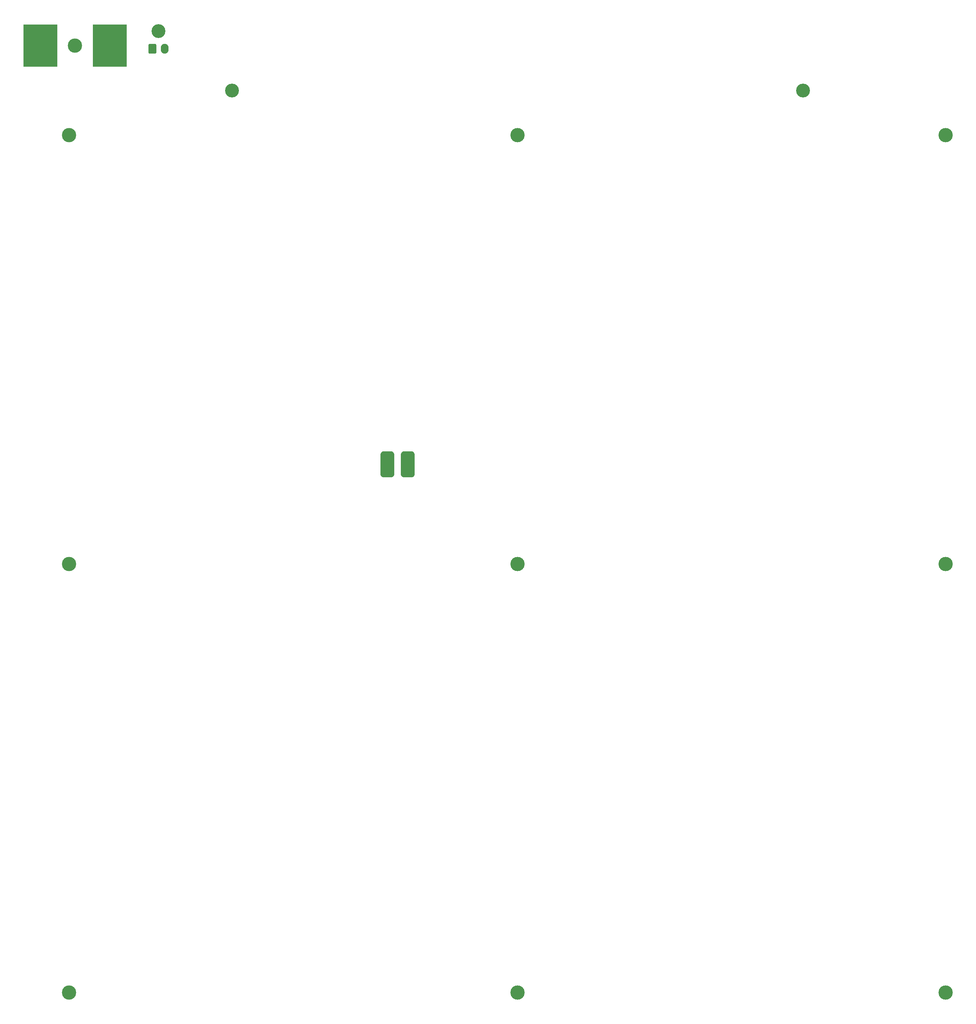
<source format=gbr>
%TF.GenerationSoftware,KiCad,Pcbnew,5.1.5*%
%TF.CreationDate,2020-05-06T17:45:38-07:00*%
%TF.ProjectId,Heatbed-MK52,48656174-6265-4642-9d4d-4b35322e6b69,rev?*%
%TF.SameCoordinates,Original*%
%TF.FileFunction,Soldermask,Bot*%
%TF.FilePolarity,Negative*%
%FSLAX46Y46*%
G04 Gerber Fmt 4.6, Leading zero omitted, Abs format (unit mm)*
G04 Created by KiCad (PCBNEW 5.1.5) date 2020-05-06 17:45:38*
%MOMM*%
%LPD*%
G04 APERTURE LIST*
%ADD10C,3.500000*%
%ADD11C,3.400000*%
%ADD12R,8.400000X10.400000*%
%ADD13C,0.100000*%
%ADD14O,1.900000X2.420000*%
G04 APERTURE END LIST*
D10*
%TO.C,REF\002A\002A*%
X232000000Y10000000D03*
%TD*%
%TO.C,REF\002A\002A*%
X127000000Y10000000D03*
%TD*%
%TO.C,REF\002A\002A*%
X17000000Y10000000D03*
%TD*%
%TO.C,REF\002A\002A*%
X17000000Y220000000D03*
%TD*%
%TO.C,REF\002A\002A*%
X127000000Y220000000D03*
%TD*%
%TO.C,REF\002A\002A*%
X232000000Y220000000D03*
%TD*%
%TO.C,REF\002A\002A*%
X232000000Y115000000D03*
%TD*%
%TO.C,REF\002A\002A*%
X127000000Y115000000D03*
%TD*%
%TO.C,REF\002A\002A*%
X17000000Y115000000D03*
%TD*%
D11*
%TO.C,REF\002A\002A*%
X197000000Y231000000D03*
%TD*%
%TO.C,REF\002A\002A*%
X57000000Y231000000D03*
%TD*%
D12*
%TO.C,P1*%
X27000000Y242000000D03*
%TD*%
%TO.C,P2*%
X10000000Y242000000D03*
%TD*%
D10*
%TO.C,REF\002A\002A*%
X18500000Y242000000D03*
%TD*%
D11*
%TO.C,J1*%
X38970000Y245510000D03*
D13*
G36*
X38134372Y242398475D02*
G01*
X38165112Y242393915D01*
X38195257Y242386364D01*
X38224516Y242375895D01*
X38252609Y242362608D01*
X38279264Y242346632D01*
X38304224Y242328120D01*
X38327250Y242307250D01*
X38348120Y242284224D01*
X38366632Y242259264D01*
X38382608Y242232609D01*
X38395895Y242204516D01*
X38406364Y242175257D01*
X38413915Y242145112D01*
X38418475Y242114372D01*
X38420000Y242083333D01*
X38420000Y240296667D01*
X38418475Y240265628D01*
X38413915Y240234888D01*
X38406364Y240204743D01*
X38395895Y240175484D01*
X38382608Y240147391D01*
X38366632Y240120736D01*
X38348120Y240095776D01*
X38327250Y240072750D01*
X38304224Y240051880D01*
X38279264Y240033368D01*
X38252609Y240017392D01*
X38224516Y240004105D01*
X38195257Y239993636D01*
X38165112Y239986085D01*
X38134372Y239981525D01*
X38103333Y239980000D01*
X36836667Y239980000D01*
X36805628Y239981525D01*
X36774888Y239986085D01*
X36744743Y239993636D01*
X36715484Y240004105D01*
X36687391Y240017392D01*
X36660736Y240033368D01*
X36635776Y240051880D01*
X36612750Y240072750D01*
X36591880Y240095776D01*
X36573368Y240120736D01*
X36557392Y240147391D01*
X36544105Y240175484D01*
X36533636Y240204743D01*
X36526085Y240234888D01*
X36521525Y240265628D01*
X36520000Y240296667D01*
X36520000Y242083333D01*
X36521525Y242114372D01*
X36526085Y242145112D01*
X36533636Y242175257D01*
X36544105Y242204516D01*
X36557392Y242232609D01*
X36573368Y242259264D01*
X36591880Y242284224D01*
X36612750Y242307250D01*
X36635776Y242328120D01*
X36660736Y242346632D01*
X36687391Y242362608D01*
X36715484Y242375895D01*
X36744743Y242386364D01*
X36774888Y242393915D01*
X36805628Y242398475D01*
X36836667Y242400000D01*
X38103333Y242400000D01*
X38134372Y242398475D01*
G37*
D14*
X40470000Y241190000D03*
%TD*%
D13*
%TO.C,J2*%
G36*
X96033315Y142595907D02*
G01*
X96115827Y142583667D01*
X96196742Y142563399D01*
X96275281Y142535298D01*
X96350687Y142499633D01*
X96422235Y142456749D01*
X96489234Y142407059D01*
X96551041Y142351041D01*
X96607059Y142289234D01*
X96656749Y142222235D01*
X96699633Y142150687D01*
X96735298Y142075281D01*
X96763399Y141996742D01*
X96783667Y141915827D01*
X96795907Y141833315D01*
X96800000Y141750000D01*
X96800000Y137050000D01*
X96795907Y136966685D01*
X96783667Y136884173D01*
X96763399Y136803258D01*
X96735298Y136724719D01*
X96699633Y136649313D01*
X96656749Y136577765D01*
X96607059Y136510766D01*
X96551041Y136448959D01*
X96489234Y136392941D01*
X96422235Y136343251D01*
X96350687Y136300367D01*
X96275281Y136264702D01*
X96196742Y136236601D01*
X96115827Y136216333D01*
X96033315Y136204093D01*
X95950000Y136200000D01*
X94250000Y136200000D01*
X94166685Y136204093D01*
X94084173Y136216333D01*
X94003258Y136236601D01*
X93924719Y136264702D01*
X93849313Y136300367D01*
X93777765Y136343251D01*
X93710766Y136392941D01*
X93648959Y136448959D01*
X93592941Y136510766D01*
X93543251Y136577765D01*
X93500367Y136649313D01*
X93464702Y136724719D01*
X93436601Y136803258D01*
X93416333Y136884173D01*
X93404093Y136966685D01*
X93400000Y137050000D01*
X93400000Y141750000D01*
X93404093Y141833315D01*
X93416333Y141915827D01*
X93436601Y141996742D01*
X93464702Y142075281D01*
X93500367Y142150687D01*
X93543251Y142222235D01*
X93592941Y142289234D01*
X93648959Y142351041D01*
X93710766Y142407059D01*
X93777765Y142456749D01*
X93849313Y142499633D01*
X93924719Y142535298D01*
X94003258Y142563399D01*
X94084173Y142583667D01*
X94166685Y142595907D01*
X94250000Y142600000D01*
X95950000Y142600000D01*
X96033315Y142595907D01*
G37*
G36*
X101033315Y142595907D02*
G01*
X101115827Y142583667D01*
X101196742Y142563399D01*
X101275281Y142535298D01*
X101350687Y142499633D01*
X101422235Y142456749D01*
X101489234Y142407059D01*
X101551041Y142351041D01*
X101607059Y142289234D01*
X101656749Y142222235D01*
X101699633Y142150687D01*
X101735298Y142075281D01*
X101763399Y141996742D01*
X101783667Y141915827D01*
X101795907Y141833315D01*
X101800000Y141750000D01*
X101800000Y137050000D01*
X101795907Y136966685D01*
X101783667Y136884173D01*
X101763399Y136803258D01*
X101735298Y136724719D01*
X101699633Y136649313D01*
X101656749Y136577765D01*
X101607059Y136510766D01*
X101551041Y136448959D01*
X101489234Y136392941D01*
X101422235Y136343251D01*
X101350687Y136300367D01*
X101275281Y136264702D01*
X101196742Y136236601D01*
X101115827Y136216333D01*
X101033315Y136204093D01*
X100950000Y136200000D01*
X99250000Y136200000D01*
X99166685Y136204093D01*
X99084173Y136216333D01*
X99003258Y136236601D01*
X98924719Y136264702D01*
X98849313Y136300367D01*
X98777765Y136343251D01*
X98710766Y136392941D01*
X98648959Y136448959D01*
X98592941Y136510766D01*
X98543251Y136577765D01*
X98500367Y136649313D01*
X98464702Y136724719D01*
X98436601Y136803258D01*
X98416333Y136884173D01*
X98404093Y136966685D01*
X98400000Y137050000D01*
X98400000Y141750000D01*
X98404093Y141833315D01*
X98416333Y141915827D01*
X98436601Y141996742D01*
X98464702Y142075281D01*
X98500367Y142150687D01*
X98543251Y142222235D01*
X98592941Y142289234D01*
X98648959Y142351041D01*
X98710766Y142407059D01*
X98777765Y142456749D01*
X98849313Y142499633D01*
X98924719Y142535298D01*
X99003258Y142563399D01*
X99084173Y142583667D01*
X99166685Y142595907D01*
X99250000Y142600000D01*
X100950000Y142600000D01*
X101033315Y142595907D01*
G37*
%TD*%
M02*

</source>
